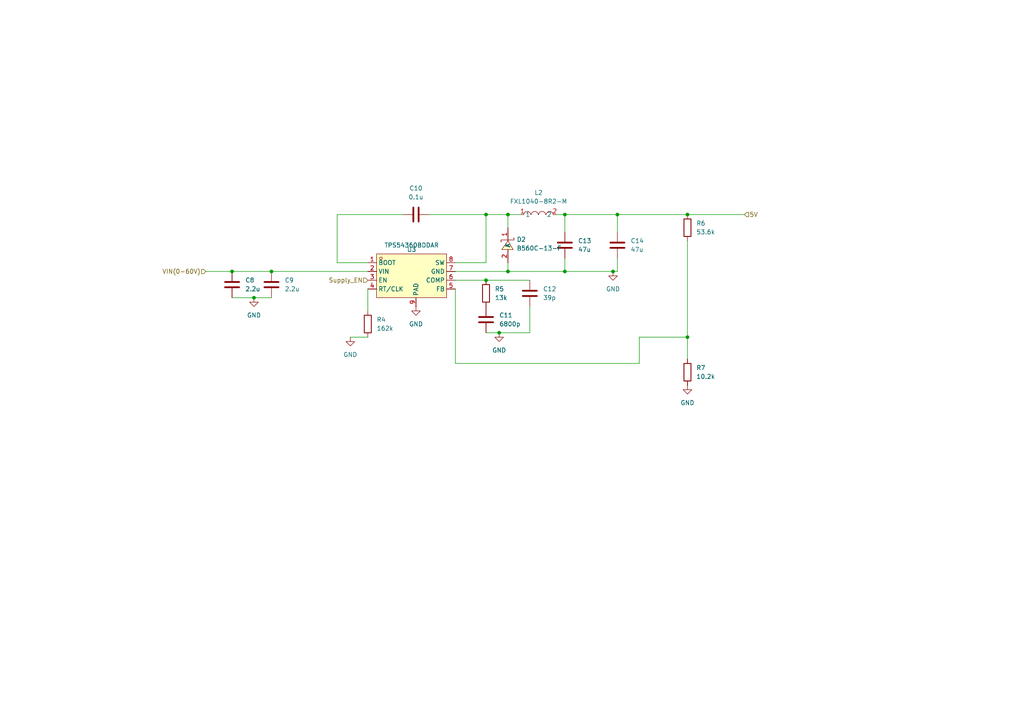
<source format=kicad_sch>
(kicad_sch (version 20250114) (generator "eeschema") (generator_version "9.0")
  (paper "A4")
  (lib_symbols
    (symbol "Device:C" (pin_numbers (hide yes)) (pin_names (offset 0.254))
      (property "Reference" "C" (at 0.635 2.54 0))
      (property "Value" "C" (at 0.635 -2.54 0))
      (symbol "C_0_1"
        (polyline (pts (xy -2.032 0.762) (xy 2.032 0.762)) (stroke (width 0.508)))
        (polyline (pts (xy -2.032 -0.762) (xy 2.032 -0.762)) (stroke (width 0.508)))
      )
      (symbol "C_1_1"
        (pin passive line (at 0 3.81 270) (length 2.794) (name "~") (number "1"))
        (pin passive line (at 0 -3.81 90) (length 2.794) (name "~") (number "2"))
      )
    )
    (symbol "Device:R" (pin_numbers (hide yes)) (pin_names (offset 0))
      (property "Reference" "R" (at 2.032 0 90))
      (property "Value" "R" (at 0 0 90))
      (symbol "R_0_1"
        (rectangle (start -1.016 -2.54) (end 1.016 2.54) (stroke (width 0.254)))
      )
      (symbol "R_1_1"
        (pin passive line (at 0 3.81 270) (length 1.27) (name "~") (number "1"))
        (pin passive line (at 0 -3.81 90) (length 1.27) (name "~") (number "2"))
      )
    )
    (symbol "NEW:B560C-13-F"
      (property "Reference" "D" (at 0 5.08 0))
      (property "Value" "B560C-13-F" (at 0 -5.08 0))
      (symbol "B560C-13-F_0_1"
        (polyline (pts (xy -2.03 1.52) (xy -2.03 1.78) (xy -1.52 1.78) (xy -1.52 -2.03) (xy -1.02 -2.03) (xy -1.02 -1.78)))
        (polyline (pts (xy 1.27 1.52) (xy -1.27 0) (xy 1.27 -1.78) (xy 1.27 1.52)) (fill (type background)))
        (pin unspecified line (at -5.08 0 0) (length 3.81) (name "K") (number "1"))
        (pin unspecified line (at 5.08 0 180) (length 3.81) (name "A") (number "2"))
      )
    )
    (symbol "NEW:FXL1040-8R2-M"
      (property "Reference" "L" (at 0 5.08 0))
      (property "Value" "FXL1040-8R2-M" (at 0 -5.08 0))
      (symbol "FXL1040-8R2-M_0_1"
        (arc (start -4.29 -0.02) (mid -3.28 0.9027) (end -2.27 -0.02))
        (arc (start -2.13 -0.02) (mid -1.12 0.9071) (end -0.11 -0.02))
        (arc (start 0.02 -0.02) (mid 1.03 0.9071) (end 2.04 -0.02))
        (arc (start 2.21 -0.02) (mid 3.22 0.9071) (end 4.23 -0.02))
        (pin unspecified line (at -5.08 0 0) (length 0.762) (name "1") (number "1"))
        (pin unspecified line (at 5.08 0 180) (length 0.762) (name "2") (number "2"))
      )
    )
    (symbol "NEW:TPS54360BDDAR"
      (property "Reference" "U5" (at 0 7.62 0))
      (property "Value" "TPS54360BDDAR" (at -7.62 -16.51 0))
      (symbol "TPS54360BDDAR_0_1"
        (rectangle (start -10.16 6.35) (end 10.16 -6.35) (fill (type background)))
        (circle (center -8.89 5.08) (radius 0.38))
        (pin unspecified line (at -12.7 3.81 0) (length 2.54) (name "BOOT") (number "1"))
        (pin unspecified line (at -12.7 1.27 0) (length 2.54) (name "VIN") (number "2"))
        (pin unspecified line (at -12.7 -1.27 0) (length 2.54) (name "EN") (number "3"))
        (pin unspecified line (at -12.7 -3.81 0) (length 2.54) (name "RT/CLK") (number "4"))
        (pin unspecified line (at 1.27 -8.89 90) (length 2.54) (name "PAD") (number "9"))
        (pin unspecified line (at 12.7 3.81 180) (length 2.54) (name "SW") (number "8"))
        (pin unspecified line (at 12.7 1.27 180) (length 2.54) (name "GND") (number "7"))
        (pin unspecified line (at 12.7 -1.27 180) (length 2.54) (name "COMP") (number "6"))
        (pin unspecified line (at 12.7 -3.81 180) (length 2.54) (name "FB") (number "5"))
      )
    )
    (symbol "power:GND" (power) (pin_numbers (hide yes)) (pin_names (offset 0) (hide yes))
      (property "Value" "GND" (at 0 -3.81 0))
      (symbol "GND_0_1"
        (polyline (pts (xy 0 0) (xy 0 -1.27) (xy 1.27 -1.27) (xy 0 -2.54) (xy -1.27 -1.27) (xy 0 -1.27)))
      )
      (symbol "GND_1_1"
        (pin power_in line (at 0 0 270) (length 0) (name "~") (number "1"))
      )
    )
  )
  (junction (at 140.97 81.28))
  (junction (at 177.8 78.74))
  (junction (at 67.31 78.74))
  (junction (at 199.39 97.79))
  (junction (at 163.83 78.74))
  (junction (at 73.66 86.36))
  (junction (at 78.74 78.74))
  (junction (at 163.83 62.23))
  (junction (at 179.07 62.23))
  (junction (at 144.78 96.52))
  (junction (at 147.32 62.23))
  (junction (at 140.97 62.23))
  (junction (at 199.39 62.23))
  (junction (at 147.32 78.74))
  (wire (pts (xy 132.08 105.41) (xy 185.42 105.41)))
  (wire (pts (xy 163.83 74.93) (xy 163.83 78.74)))
  (wire (pts (xy 101.6 97.79) (xy 106.68 97.79)))
  (wire (pts (xy 78.74 78.74) (xy 106.68 78.74)))
  (wire (pts (xy 147.32 78.74) (xy 163.83 78.74)))
  (wire (pts (xy 147.32 62.23) (xy 151.13 62.23)))
  (wire (pts (xy 161.29 62.23) (xy 163.83 62.23)))
  (wire (pts (xy 179.07 62.23) (xy 179.07 67.31)))
  (wire (pts (xy 199.39 97.79) (xy 199.39 69.85)))
  (wire (pts (xy 153.67 88.9) (xy 153.67 96.52)))
  (wire (pts (xy 177.8 78.74) (xy 179.07 78.74)))
  (wire (pts (xy 67.31 78.74) (xy 78.74 78.74)))
  (wire (pts (xy 185.42 97.79) (xy 199.39 97.79)))
  (wire (pts (xy 140.97 81.28) (xy 153.67 81.28)))
  (wire (pts (xy 179.07 62.23) (xy 199.39 62.23)))
  (wire (pts (xy 116.84 62.23) (xy 97.79 62.23)))
  (wire (pts (xy 132.08 81.28) (xy 140.97 81.28)))
  (wire (pts (xy 106.68 90.17) (xy 106.68 83.82)))
  (wire (pts (xy 163.83 78.74) (xy 177.8 78.74)))
  (wire (pts (xy 59.69 78.74) (xy 67.31 78.74)))
  (wire (pts (xy 73.66 86.36) (xy 78.74 86.36)))
  (wire (pts (xy 132.08 76.2) (xy 140.97 76.2)))
  (wire (pts (xy 153.67 96.52) (xy 144.78 96.52)))
  (wire (pts (xy 179.07 78.74) (xy 179.07 74.93)))
  (wire (pts (xy 140.97 76.2) (xy 140.97 62.23)))
  (wire (pts (xy 163.83 62.23) (xy 179.07 62.23)))
  (wire (pts (xy 185.42 105.41) (xy 185.42 97.79)))
  (wire (pts (xy 147.32 66.04) (xy 147.32 62.23)))
  (wire (pts (xy 147.32 76.2) (xy 147.32 78.74)))
  (wire (pts (xy 199.39 104.14) (xy 199.39 97.79)))
  (wire (pts (xy 215.9 62.23) (xy 199.39 62.23)))
  (wire (pts (xy 144.78 96.52) (xy 140.97 96.52)))
  (wire (pts (xy 140.97 62.23) (xy 147.32 62.23)))
  (wire (pts (xy 97.79 76.2) (xy 106.68 76.2)))
  (wire (pts (xy 132.08 83.82) (xy 132.08 105.41)))
  (wire (pts (xy 97.79 62.23) (xy 97.79 76.2)))
  (wire (pts (xy 132.08 78.74) (xy 147.32 78.74)))
  (wire (pts (xy 163.83 62.23) (xy 163.83 67.31)))
  (wire (pts (xy 124.46 62.23) (xy 140.97 62.23)))
  (wire (pts (xy 73.66 86.36) (xy 67.31 86.36)))
  (hierarchical_label "VIN(0-60V)" (shape input) (at 59.69 78.74 180))
  (hierarchical_label "Supply_EN" (shape input) (at 106.68 81.28 180))
  (hierarchical_label "5V" (shape input) (at 215.9 62.23 0))
  (symbol (lib_id "NEW:TPS54360BDDAR") (at 119.38 80.01 0) (unit 1)
    (property "Reference" "U3" (at 119.38 72.39 0))
    (property "Value" "TPS54360BDDAR" (at 119.38 71.12 0))
    (property "Footprint" "LCSC_PARTS:SOIC-8_L5.0-W4.0-P1.27-LS6.0-BL-EP2.0" (effects (hide yes)))
    (property "Datasheet" "https://lcsc.com/product-detail/DC-DC-Converters_Texas-Instruments-Texas-Instruments-TPS54360BDDAR_C524806.html" (effects (hide yes)))
    (property "LCSC Part" "C524806" (effects (hide yes)))
  )
  (symbol (lib_id "Device:R") (at 106.68 93.98 0) (unit 1)
    (property "Reference" "R4" (at 109.22 92.71 0) (effects (justify left)))
    (property "Value" "162k" (at 109.22 95.25 0) (effects (justify left)))
    (property "Footprint" "Resistor_SMD:R_1206_3216Metric_Pad1.30x1.75mm_HandSolder" (effects (hide yes)))
    (property "LCSC Part" "C22815" (effects (hide yes)))
  )
  (symbol (lib_id "power:GND") (at 73.66 86.36 0) (unit 1)
    (property "Reference" "#PWR07" (effects (hide yes)))
    (property "Value" "GND" (at 73.66 91.44 0))
  )
  (symbol (lib_id "Device:C") (at 78.74 82.55 0) (unit 1)
    (property "Reference" "C9" (at 82.55 81.28 0) (effects (justify left)))
    (property "Value" "2.2u" (at 82.55 83.82 0) (effects (justify left)))
    (property "Footprint" "Capacitor_SMD:C_1206_3216Metric" (effects (hide yes)))
    (property "LCSC Part" "C170101" (effects (hide yes)))
  )
  (symbol (lib_id "Device:C") (at 163.83 71.12 0) (unit 1)
    (property "Reference" "C13" (at 167.64 69.85 0) (effects (justify left)))
    (property "Value" "47u" (at 167.64 72.39 0) (effects (justify left)))
    (property "Footprint" "Capacitor_SMD:C_1206_3216Metric" (effects (hide yes)))
    (property "LCSC Part" "C94034" (effects (hide yes)))
  )
  (symbol (lib_id "Device:R") (at 140.97 85.09 0) (unit 1)
    (property "Reference" "R5" (at 143.51 83.82 0) (effects (justify left)))
    (property "Value" "13k" (at 143.51 86.36 0) (effects (justify left)))
    (property "Footprint" "Resistor_SMD:R_1206_3216Metric_Pad1.30x1.75mm_HandSolder" (effects (hide yes)))
    (property "LCSC Part" "C445658" (effects (hide yes)))
  )
  (symbol (lib_id "power:GND") (at 144.78 96.52 0) (unit 1)
    (property "Reference" "#PWR010" (effects (hide yes)))
    (property "Value" "GND" (at 144.78 101.6 0))
  )
  (symbol (lib_id "Device:R") (at 199.39 66.04 0) (unit 1)
    (property "Reference" "R6" (at 201.93 64.77 0) (effects (justify left)))
    (property "Value" "53.6k" (at 201.93 67.31 0) (effects (justify left)))
    (property "Footprint" "Resistor_SMD:R_1206_3216Metric_Pad1.30x1.75mm_HandSolder" (effects (hide yes)))
    (property "LCSC Part" "C21398" (effects (hide yes)))
  )
  (symbol (lib_id "NEW:FXL1040-8R2-M") (at 156.21 62.23 0) (unit 1)
    (property "Reference" "L2" (at 156.21 55.88 0))
    (property "Value" "FXL1040-8R2-M" (at 156.21 58.42 0))
    (property "Footprint" "LCSC_PARTS:IND-SMD_L11.5-W10.0_FXL1040" (effects (hide yes)))
    (property "Datasheet" "https://lcsc.com/product-detail/Power-Inductors_8-2uH-20-8-0A_C167232.html" (effects (hide yes)))
    (property "LCSC Part" "C167232" (effects (hide yes)))
  )
  (symbol (lib_id "Device:C") (at 120.65 62.23 90) (unit 1)
    (property "Reference" "C10" (at 120.65 54.61 90))
    (property "Value" "0.1u" (at 120.65 57.15 90))
    (property "Footprint" "Capacitor_SMD:C_1206_3216Metric" (effects (hide yes)))
    (property "LCSC Part" "C56392" (effects (hide yes)))
  )
  (symbol (lib_id "Device:C") (at 179.07 71.12 0) (unit 1)
    (property "Reference" "C14" (at 182.88 69.85 0) (effects (justify left)))
    (property "Value" "47u" (at 182.88 72.39 0) (effects (justify left)))
    (property "Footprint" "Capacitor_SMD:C_1206_3216Metric" (effects (hide yes)))
    (property "LCSC Part" "C94034" (effects (hide yes)))
  )
  (symbol (lib_id "NEW:B560C-13-F") (at 147.32 71.12 270) (unit 1)
    (property "Reference" "D2" (at 149.86 69.47 90) (effects (justify left)))
    (property "Value" "B560C-13-F" (at 149.86 72.01 90) (effects (justify left)))
    (property "Footprint" "LCSC_PARTS:SMC_L7.1-W6.2-LS8.1-RD" (effects (hide yes)))
    (property "Datasheet" "https://lcsc.com/product-detail/Schottky-Barrier-Diodes-SBD_DIODES_B560C-13-F_B560C-13-F_C85100.html" (effects (hide yes)))
    (property "LCSC Part" "C85100" (effects (hide yes)))
  )
  (symbol (lib_id "Device:C") (at 140.97 92.71 0) (unit 1)
    (property "Reference" "C11" (at 144.78 91.44 0) (effects (justify left)))
    (property "Value" "6800p" (at 144.78 93.98 0) (effects (justify left)))
    (property "Footprint" "Capacitor_SMD:C_1206_3216Metric" (effects (hide yes)))
    (property "LCSC Part" "C2760541" (effects (hide yes)))
  )
  (symbol (lib_id "power:GND") (at 199.39 111.76 0) (unit 1)
    (property "Reference" "#PWR012" (effects (hide yes)))
    (property "Value" "GND" (at 199.39 116.84 0))
  )
  (symbol (lib_id "power:GND") (at 120.65 88.9 0) (unit 1)
    (property "Reference" "#PWR09" (effects (hide yes)))
    (property "Value" "GND" (at 120.65 93.98 0))
  )
  (symbol (lib_id "Device:R") (at 199.39 107.95 0) (unit 1)
    (property "Reference" "R7" (at 201.93 106.6799 0) (effects (justify left)))
    (property "Value" "10.2k" (at 201.93 109.2199 0) (effects (justify left)))
    (property "Footprint" "Resistor_SMD:R_1206_3216Metric_Pad1.30x1.75mm_HandSolder" (effects (hide yes)))
    (property "LCSC Part" "C21398" (effects (hide yes)))
  )
  (symbol (lib_id "power:GND") (at 101.6 97.79 0) (unit 1)
    (property "Reference" "#PWR08" (effects (hide yes)))
    (property "Value" "GND" (at 101.6 102.87 0))
  )
  (symbol (lib_id "Device:C") (at 67.31 82.55 0) (unit 1)
    (property "Reference" "C8" (at 71.12 81.28 0) (effects (justify left)))
    (property "Value" "2.2u" (at 71.12 83.82 0) (effects (justify left)))
    (property "Footprint" "Capacitor_SMD:C_1206_3216Metric" (effects (hide yes)))
    (property "LCSC Part" "C170101" (effects (hide yes)))
  )
  (symbol (lib_id "power:GND") (at 177.8 78.74 0) (unit 1)
    (property "Reference" "#PWR011" (effects (hide yes)))
    (property "Value" "GND" (at 177.8 83.82 0))
  )
  (symbol (lib_id "Device:C") (at 153.67 85.09 0) (unit 1)
    (property "Reference" "C12" (at 157.48 83.82 0) (effects (justify left)))
    (property "Value" "39p" (at 157.48 86.36 0) (effects (justify left)))
    (property "Footprint" "Capacitor_SMD:C_1206_3216Metric" (effects (hide yes)))
    (property "LCSC Part" "C5186878" (effects (hide yes)))
  )
)
</source>
